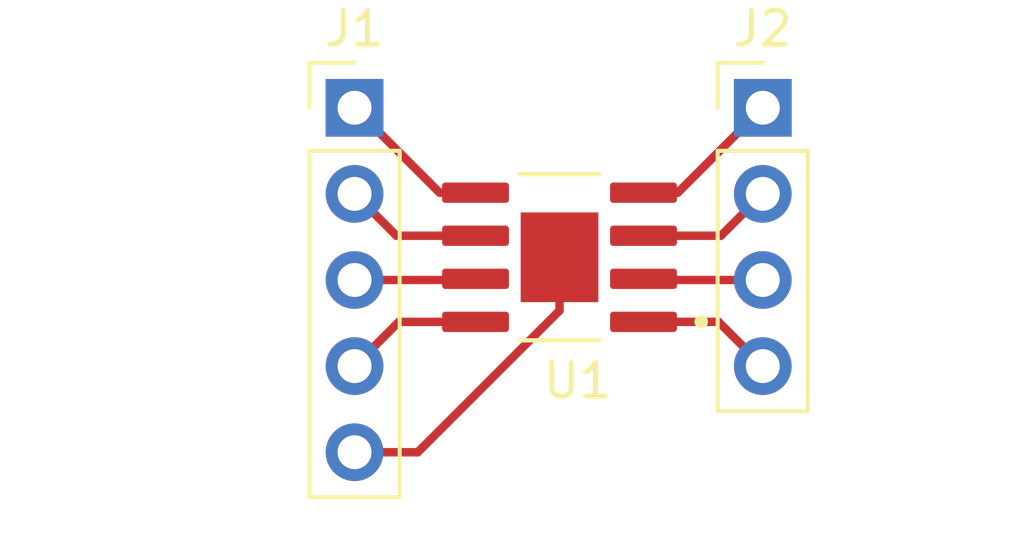
<source format=kicad_pcb>
(kicad_pcb (version 20211014) (generator pcbnew)
  (layers (0 "F.Cu" signal) (31 "B.Cu" signal) (34 "B.Paste" user) (35 "F.Paste" user) (36 "B.SilkS" user "B.Silkscreen") (37 "F.SilkS" user "F.Silkscreen") (38 "B.Mask" user) (39 "F.Mask" user) (44 "Edge.Cuts" user))
  (net 0 "")
  (net 1 "P9")
  (net 2 "P8")
  (net 3 "P7")
  (net 4 "P6")
  (net 5 "P5")
  (net 6 "P1")
  (net 7 "P2")
  (net 8 "P3")
  (net 9 "P4")
  (footprint "Connector_PinHeader_2.54mm:PinHeader_1x05_P2.54mm_Vertical" (layer "F.Cu") (at 128.33 76.93)
    (fp_text reference "J1" (at 0 -2.33) (layer "F.SilkS"))
    (fp_text value "Conn_01x05_Female")
    (fp_line (start -1.33 1.27) (end -1.33 11.49) (layer "F.SilkS") (width 0.12))
    (fp_line (start -1.33 0) (end -1.33 -1.33) (layer "F.SilkS") (width 0.12))
    (fp_line (start 1.33 1.27) (end 1.33 11.49) (layer "F.SilkS") (width 0.12))
    (fp_line (start -1.33 1.27) (end 1.33 1.27) (layer "F.SilkS") (width 0.12))
    (fp_line (start -1.33 11.49) (end 1.33 11.49) (layer "F.SilkS") (width 0.12))
    (fp_line (start -1.33 -1.33) (end 0 -1.33) (layer "F.SilkS") (width 0.12))
    (pad "1" thru_hole rect (at 0 0) (size 1.7 1.7) (drill 1) (layers *.Cu *.Mask) (net 5 "P5"))
    (pad "2" thru_hole oval (at 0 2.54) (size 1.7 1.7) (drill 1) (layers *.Cu *.Mask) (net 4 "P6"))
    (pad "3" thru_hole oval (at 0 5.08) (size 1.7 1.7) (drill 1) (layers *.Cu *.Mask) (net 3 "P7"))
    (pad "4" thru_hole oval (at 0 7.62) (size 1.7 1.7) (drill 1) (layers *.Cu *.Mask) (net 2 "P8"))
    (pad "5" thru_hole oval (at 0 10.16) (size 1.7 1.7) (drill 1) (layers *.Cu *.Mask) (net 1 "P9"))
  )
  (footprint "qset-footprints:SOIC127P600X175-9N" (layer "F.Cu") (at 134.37 81.34 180)
    (fp_text reference "U1" (at -0.535 -3.635 180) (layer "F.SilkS"))
    (fp_text value "ADP7158ARDZ-3.3-R7")
    (fp_line (start -1.17 -2.45) (end 1.17 -2.45) (layer "F.SilkS") (width 0.127))
    (fp_line (start -1.17 2.45) (end 1.17 2.45) (layer "F.SilkS") (width 0.127))
    (fp_circle (center -4.175 -1.905) (end -4.075 -1.905) (layer "F.SilkS") (width 0.2) (fill none))
    (pad "1" smd roundrect locked (at -2.475 -1.905 180) (size 1.97 0.6) (layers "F.Cu" "F.Paste" "F.Mask") (roundrect_rratio 0.15) (net 6 "P1"))
    (pad "2" smd roundrect locked (at -2.475 -0.635 180) (size 1.97 0.6) (layers "F.Cu" "F.Paste" "F.Mask") (roundrect_rratio 0.15) (net 7 "P2"))
    (pad "3" smd roundrect locked (at -2.475 0.635 180) (size 1.97 0.6) (layers "F.Cu" "F.Paste" "F.Mask") (roundrect_rratio 0.15) (net 8 "P3"))
    (pad "4" smd roundrect locked (at -2.475 1.905 180) (size 1.97 0.6) (layers "F.Cu" "F.Paste" "F.Mask") (roundrect_rratio 0.15) (net 9 "P4"))
    (pad "5" smd roundrect locked (at 2.475 1.905 180) (size 1.97 0.6) (layers "F.Cu" "F.Paste" "F.Mask") (roundrect_rratio 0.15) (net 5 "P5"))
    (pad "6" smd roundrect locked (at 2.475 0.635 180) (size 1.97 0.6) (layers "F.Cu" "F.Paste" "F.Mask") (roundrect_rratio 0.15) (net 4 "P6"))
    (pad "7" smd roundrect locked (at 2.475 -0.635 180) (size 1.97 0.6) (layers "F.Cu" "F.Paste" "F.Mask") (roundrect_rratio 0.15) (net 3 "P7"))
    (pad "8" smd roundrect locked (at 2.475 -1.905 180) (size 1.97 0.6) (layers "F.Cu" "F.Paste" "F.Mask") (roundrect_rratio 0.15) (net 2 "P8"))
    (pad "9" smd rect locked (at 0 0 180) (size 2.29 2.646) (layers "F.Cu" "F.Paste" "F.Mask") (net 1 "P9"))
  )
  (footprint "Connector_PinHeader_2.54mm:PinHeader_1x04_P2.54mm_Vertical" (layer "F.Cu") (at 140.36 76.93)
    (fp_text reference "J2" (at 0 -2.33) (layer "F.SilkS"))
    (fp_text value "Conn_01x04_Female")
    (fp_line (start -1.33 0) (end -1.33 -1.33) (layer "F.SilkS") (width 0.12))
    (fp_line (start 1.33 1.27) (end 1.33 8.95) (layer "F.SilkS") (width 0.12))
    (fp_line (start -1.33 1.27) (end 1.33 1.27) (layer "F.SilkS") (width 0.12))
    (fp_line (start -1.33 -1.33) (end 0 -1.33) (layer "F.SilkS") (width 0.12))
    (fp_line (start -1.33 8.95) (end 1.33 8.95) (layer "F.SilkS") (width 0.12))
    (fp_line (start -1.33 1.27) (end -1.33 8.95) (layer "F.SilkS") (width 0.12))
    (pad "1" thru_hole rect (at 0 0) (size 1.7 1.7) (drill 1) (layers *.Cu *.Mask) (net 9 "P4"))
    (pad "2" thru_hole oval (at 0 2.54) (size 1.7 1.7) (drill 1) (layers *.Cu *.Mask) (net 8 "P3"))
    (pad "3" thru_hole oval (at 0 5.08) (size 1.7 1.7) (drill 1) (layers *.Cu *.Mask) (net 7 "P2"))
    (pad "4" thru_hole oval (at 0 7.62) (size 1.7 1.7) (drill 1) (layers *.Cu *.Mask) (net 6 "P1"))
  )
  (segment (start 134.37 82.913) (end 134.37 81.34) (width 0.25) (layer "F.Cu") (net 1))
  (segment (start 128.33 87.09) (end 130.193 87.09) (width 0.25) (layer "F.Cu") (net 1))
  (segment (start 130.193 87.09) (end 134.37 82.913) (width 0.25) (layer "F.Cu") (net 1))
  (segment (start 129.635 83.245) (end 128.33 84.55) (width 0.25) (layer "F.Cu") (net 2))
  (segment (start 131.895 83.245) (end 129.635 83.245) (width 0.25) (layer "F.Cu") (net 2))
  (segment (start 131.895 81.975) (end 131.86 82.01) (width 0.25) (layer "F.Cu") (net 3))
  (segment (start 131.86 82.01) (end 128.33 82.01) (width 0.25) (layer "F.Cu") (net 3))
  (segment (start 129.565 80.705) (end 128.33 79.47) (width 0.25) (layer "F.Cu") (net 4))
  (segment (start 131.895 80.705) (end 129.565 80.705) (width 0.25) (layer "F.Cu") (net 4))
  (segment (start 130.835 79.435) (end 128.33 76.93) (width 0.25) (layer "F.Cu") (net 5))
  (segment (start 131.895 79.435) (end 130.835 79.435) (width 0.25) (layer "F.Cu") (net 5))
  (segment (start 139.055 83.245) (end 140.36 84.55) (width 0.25) (layer "F.Cu") (net 6))
  (segment (start 136.845 83.245) (end 139.055 83.245) (width 0.25) (layer "F.Cu") (net 6))
  (segment (start 136.845 81.975) (end 136.88 82.01) (width 0.25) (layer "F.Cu") (net 7))
  (segment (start 136.88 82.01) (end 140.36 82.01) (width 0.25) (layer "F.Cu") (net 7))
  (segment (start 139.125 80.705) (end 140.36 79.47) (width 0.25) (layer "F.Cu") (net 8))
  (segment (start 136.845 80.705) (end 139.125 80.705) (width 0.25) (layer "F.Cu") (net 8))
  (segment (start 137.855 79.435) (end 140.36 76.93) (width 0.25) (layer "F.Cu") (net 9))
  (segment (start 136.845 79.435) (end 137.855 79.435) (width 0.25) (layer "F.Cu") (net 9))
)
</source>
